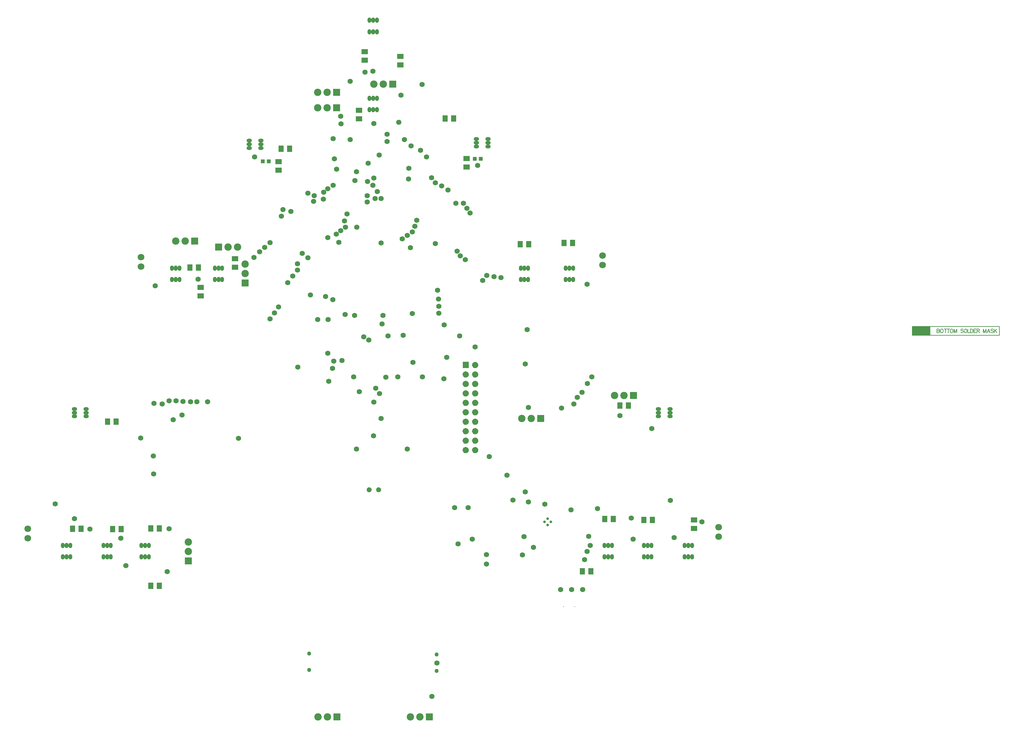
<source format=gbs>
G04 Layer_Color=16711935*
%FSLAX44Y44*%
%MOMM*%
G71*
G01*
G75*
%ADD44C,0.1270*%
%ADD54R,4.8260X2.4130*%
%ADD81R,1.4732X1.7272*%
%ADD94R,1.7272X1.4732*%
%ADD97R,1.0800X1.1300*%
%ADD100C,0.2032*%
%ADD101C,1.1032*%
%ADD102C,1.8032*%
%ADD103R,1.9812X1.9812*%
%ADD104C,1.9812*%
%ADD105R,1.9812X1.9812*%
%ADD106C,1.4032*%
%ADD107C,0.7032*%
%ADD108O,1.0032X1.4532*%
%ADD109O,1.4532X1.0032*%
G36*
X1761184Y1538551D02*
X1763219Y1537708D01*
X1764967Y1536367D01*
X1766308Y1534619D01*
X1767151Y1532584D01*
X1767438Y1530400D01*
X1767151Y1528216D01*
X1766308Y1526181D01*
X1764967Y1524433D01*
X1763219Y1523092D01*
X1761184Y1522249D01*
X1759000Y1521962D01*
X1756816Y1522249D01*
X1754781Y1523092D01*
X1753033Y1524433D01*
X1751692Y1526181D01*
X1750849Y1528216D01*
X1750562Y1530400D01*
X1750849Y1532584D01*
X1751692Y1534619D01*
X1753033Y1536367D01*
X1754781Y1537708D01*
X1756816Y1538551D01*
X1759000Y1538838D01*
X1761184Y1538551D01*
D02*
G37*
G36*
X1735784D02*
X1737819Y1537708D01*
X1739567Y1536367D01*
X1740908Y1534619D01*
X1741751Y1532584D01*
X1742038Y1530400D01*
X1741751Y1528216D01*
X1740908Y1526181D01*
X1739567Y1524433D01*
X1737819Y1523092D01*
X1735784Y1522249D01*
X1733600Y1521962D01*
X1731416Y1522249D01*
X1729381Y1523092D01*
X1727633Y1524433D01*
X1726292Y1526181D01*
X1725449Y1528216D01*
X1725162Y1530400D01*
X1725449Y1532584D01*
X1726292Y1534619D01*
X1727633Y1536367D01*
X1729381Y1537708D01*
X1731416Y1538551D01*
X1733600Y1538838D01*
X1735784Y1538551D01*
D02*
G37*
G36*
Y1563951D02*
X1737819Y1563108D01*
X1739567Y1561767D01*
X1740908Y1560019D01*
X1741751Y1557984D01*
X1742038Y1555800D01*
X1741751Y1553616D01*
X1740908Y1551581D01*
X1739567Y1549833D01*
X1737819Y1548492D01*
X1735784Y1547649D01*
X1733600Y1547362D01*
X1731416Y1547649D01*
X1729381Y1548492D01*
X1727633Y1549833D01*
X1726292Y1551581D01*
X1725449Y1553616D01*
X1725162Y1555800D01*
X1725449Y1557984D01*
X1726292Y1560019D01*
X1727633Y1561767D01*
X1729381Y1563108D01*
X1731416Y1563951D01*
X1733600Y1564238D01*
X1735784Y1563951D01*
D02*
G37*
G36*
Y1589351D02*
X1737819Y1588508D01*
X1739567Y1587167D01*
X1740908Y1585419D01*
X1741751Y1583384D01*
X1742038Y1581200D01*
X1741751Y1579016D01*
X1740908Y1576981D01*
X1739567Y1575233D01*
X1737819Y1573892D01*
X1735784Y1573049D01*
X1733600Y1572762D01*
X1731416Y1573049D01*
X1729381Y1573892D01*
X1727633Y1575233D01*
X1726292Y1576981D01*
X1725449Y1579016D01*
X1725162Y1581200D01*
X1725449Y1583384D01*
X1726292Y1585419D01*
X1727633Y1587167D01*
X1729381Y1588508D01*
X1731416Y1589351D01*
X1733600Y1589638D01*
X1735784Y1589351D01*
D02*
G37*
G36*
X1761184Y1563951D02*
X1763219Y1563108D01*
X1764967Y1561767D01*
X1766308Y1560019D01*
X1767151Y1557984D01*
X1767438Y1555800D01*
X1767151Y1553616D01*
X1766308Y1551581D01*
X1764967Y1549833D01*
X1763219Y1548492D01*
X1761184Y1547649D01*
X1759000Y1547362D01*
X1756816Y1547649D01*
X1754781Y1548492D01*
X1753033Y1549833D01*
X1751692Y1551581D01*
X1750849Y1553616D01*
X1750562Y1555800D01*
X1750849Y1557984D01*
X1751692Y1560019D01*
X1753033Y1561767D01*
X1754781Y1563108D01*
X1756816Y1563951D01*
X1759000Y1564238D01*
X1761184Y1563951D01*
D02*
G37*
G36*
Y1513151D02*
X1763219Y1512308D01*
X1764967Y1510967D01*
X1766308Y1509219D01*
X1767151Y1507184D01*
X1767438Y1505000D01*
X1767151Y1502816D01*
X1766308Y1500781D01*
X1764967Y1499033D01*
X1763219Y1497692D01*
X1761184Y1496849D01*
X1759000Y1496562D01*
X1756816Y1496849D01*
X1754781Y1497692D01*
X1753033Y1499033D01*
X1751692Y1500781D01*
X1750849Y1502816D01*
X1750562Y1505000D01*
X1750849Y1507184D01*
X1751692Y1509219D01*
X1753033Y1510967D01*
X1754781Y1512308D01*
X1756816Y1513151D01*
X1759000Y1513438D01*
X1761184Y1513151D01*
D02*
G37*
G36*
X1501407Y1379372D02*
X1502998Y1378713D01*
X1504364Y1377664D01*
X1505413Y1376298D01*
X1506072Y1374707D01*
X1506296Y1373000D01*
X1506072Y1371293D01*
X1505413Y1369702D01*
X1504364Y1368336D01*
X1502998Y1367287D01*
X1501407Y1366628D01*
X1499700Y1366404D01*
X1497993Y1366628D01*
X1496402Y1367287D01*
X1495036Y1368336D01*
X1493987Y1369702D01*
X1493328Y1371293D01*
X1493104Y1373000D01*
X1493328Y1374707D01*
X1493987Y1376298D01*
X1495036Y1377664D01*
X1496402Y1378713D01*
X1497993Y1379372D01*
X1499700Y1379596D01*
X1501407Y1379372D01*
D02*
G37*
G36*
X1476007D02*
X1477598Y1378713D01*
X1478964Y1377664D01*
X1480013Y1376298D01*
X1480672Y1374707D01*
X1480896Y1373000D01*
X1480672Y1371293D01*
X1480013Y1369702D01*
X1478964Y1368336D01*
X1477598Y1367287D01*
X1476007Y1366628D01*
X1474300Y1366404D01*
X1472593Y1366628D01*
X1471002Y1367287D01*
X1469636Y1368336D01*
X1468587Y1369702D01*
X1467928Y1371293D01*
X1467704Y1373000D01*
X1467928Y1374707D01*
X1468587Y1376298D01*
X1469636Y1377664D01*
X1471002Y1378713D01*
X1472593Y1379372D01*
X1474300Y1379596D01*
X1476007Y1379372D01*
D02*
G37*
G36*
X1735784Y1487751D02*
X1737819Y1486908D01*
X1739567Y1485567D01*
X1740908Y1483819D01*
X1741751Y1481784D01*
X1742038Y1479600D01*
X1741751Y1477416D01*
X1740908Y1475381D01*
X1739567Y1473633D01*
X1737819Y1472292D01*
X1735784Y1471449D01*
X1733600Y1471162D01*
X1731416Y1471449D01*
X1729381Y1472292D01*
X1727633Y1473633D01*
X1726292Y1475381D01*
X1725449Y1477416D01*
X1725162Y1479600D01*
X1725449Y1481784D01*
X1726292Y1483819D01*
X1727633Y1485567D01*
X1729381Y1486908D01*
X1731416Y1487751D01*
X1733600Y1488038D01*
X1735784Y1487751D01*
D02*
G37*
G36*
Y1513151D02*
X1737819Y1512308D01*
X1739567Y1510967D01*
X1740908Y1509219D01*
X1741751Y1507184D01*
X1742038Y1505000D01*
X1741751Y1502816D01*
X1740908Y1500781D01*
X1739567Y1499033D01*
X1737819Y1497692D01*
X1735784Y1496849D01*
X1733600Y1496562D01*
X1731416Y1496849D01*
X1729381Y1497692D01*
X1727633Y1499033D01*
X1726292Y1500781D01*
X1725449Y1502816D01*
X1725162Y1505000D01*
X1725449Y1507184D01*
X1726292Y1509219D01*
X1727633Y1510967D01*
X1729381Y1512308D01*
X1731416Y1513151D01*
X1733600Y1513438D01*
X1735784Y1513151D01*
D02*
G37*
G36*
X1761184Y1487751D02*
X1763219Y1486908D01*
X1764967Y1485567D01*
X1766308Y1483819D01*
X1767151Y1481784D01*
X1767438Y1479600D01*
X1767151Y1477416D01*
X1766308Y1475381D01*
X1764967Y1473633D01*
X1763219Y1472292D01*
X1761184Y1471449D01*
X1759000Y1471162D01*
X1756816Y1471449D01*
X1754781Y1472292D01*
X1753033Y1473633D01*
X1751692Y1475381D01*
X1750849Y1477416D01*
X1750562Y1479600D01*
X1750849Y1481784D01*
X1751692Y1483819D01*
X1753033Y1485567D01*
X1754781Y1486908D01*
X1756816Y1487751D01*
X1759000Y1488038D01*
X1761184Y1487751D01*
D02*
G37*
G36*
X1735784Y1690951D02*
X1737819Y1690108D01*
X1739567Y1688767D01*
X1740908Y1687019D01*
X1741751Y1684984D01*
X1742038Y1682800D01*
X1741751Y1680616D01*
X1740908Y1678581D01*
X1739567Y1676833D01*
X1737819Y1675492D01*
X1735784Y1674649D01*
X1733600Y1674362D01*
X1731416Y1674649D01*
X1729381Y1675492D01*
X1727633Y1676833D01*
X1726292Y1678581D01*
X1725449Y1680616D01*
X1725162Y1682800D01*
X1725449Y1684984D01*
X1726292Y1687019D01*
X1727633Y1688767D01*
X1729381Y1690108D01*
X1731416Y1690951D01*
X1733600Y1691238D01*
X1735784Y1690951D01*
D02*
G37*
G36*
X1761184Y1665551D02*
X1763219Y1664708D01*
X1764967Y1663367D01*
X1766308Y1661619D01*
X1767151Y1659584D01*
X1767438Y1657400D01*
X1767151Y1655216D01*
X1766308Y1653181D01*
X1764967Y1651433D01*
X1763219Y1650092D01*
X1761184Y1649249D01*
X1759000Y1648962D01*
X1756816Y1649249D01*
X1754781Y1650092D01*
X1753033Y1651433D01*
X1751692Y1653181D01*
X1750849Y1655216D01*
X1750562Y1657400D01*
X1750849Y1659584D01*
X1751692Y1661619D01*
X1753033Y1663367D01*
X1754781Y1664708D01*
X1756816Y1665551D01*
X1759000Y1665838D01*
X1761184Y1665551D01*
D02*
G37*
G36*
Y1690951D02*
X1763219Y1690108D01*
X1764967Y1688767D01*
X1766308Y1687019D01*
X1767151Y1684984D01*
X1767438Y1682800D01*
X1767151Y1680616D01*
X1766308Y1678581D01*
X1764967Y1676833D01*
X1763219Y1675492D01*
X1761184Y1674649D01*
X1759000Y1674362D01*
X1756816Y1674649D01*
X1754781Y1675492D01*
X1753033Y1676833D01*
X1751692Y1678581D01*
X1750849Y1680616D01*
X1750562Y1682800D01*
X1750849Y1684984D01*
X1751692Y1687019D01*
X1753033Y1688767D01*
X1754781Y1690108D01*
X1756816Y1690951D01*
X1759000Y1691238D01*
X1761184Y1690951D01*
D02*
G37*
G36*
X1741966Y1699834D02*
X1725234D01*
Y1716566D01*
X1741966D01*
Y1699834D01*
D02*
G37*
G36*
X1761184Y1716351D02*
X1763219Y1715508D01*
X1764967Y1714167D01*
X1766308Y1712419D01*
X1767151Y1710384D01*
X1767438Y1708200D01*
X1767151Y1706016D01*
X1766308Y1703981D01*
X1764967Y1702233D01*
X1763219Y1700892D01*
X1761184Y1700049D01*
X1759000Y1699762D01*
X1756816Y1700049D01*
X1754781Y1700892D01*
X1753033Y1702233D01*
X1751692Y1703981D01*
X1750849Y1706016D01*
X1750562Y1708200D01*
X1750849Y1710384D01*
X1751692Y1712419D01*
X1753033Y1714167D01*
X1754781Y1715508D01*
X1756816Y1716351D01*
X1759000Y1716638D01*
X1761184Y1716351D01*
D02*
G37*
G36*
X1735784Y1665551D02*
X1737819Y1664708D01*
X1739567Y1663367D01*
X1740908Y1661619D01*
X1741751Y1659584D01*
X1742038Y1657400D01*
X1741751Y1655216D01*
X1740908Y1653181D01*
X1739567Y1651433D01*
X1737819Y1650092D01*
X1735784Y1649249D01*
X1733600Y1648962D01*
X1731416Y1649249D01*
X1729381Y1650092D01*
X1727633Y1651433D01*
X1726292Y1653181D01*
X1725449Y1655216D01*
X1725162Y1657400D01*
X1725449Y1659584D01*
X1726292Y1661619D01*
X1727633Y1663367D01*
X1729381Y1664708D01*
X1731416Y1665551D01*
X1733600Y1665838D01*
X1735784Y1665551D01*
D02*
G37*
G36*
Y1614751D02*
X1737819Y1613908D01*
X1739567Y1612567D01*
X1740908Y1610819D01*
X1741751Y1608784D01*
X1742038Y1606600D01*
X1741751Y1604416D01*
X1740908Y1602381D01*
X1739567Y1600633D01*
X1737819Y1599292D01*
X1735784Y1598449D01*
X1733600Y1598162D01*
X1731416Y1598449D01*
X1729381Y1599292D01*
X1727633Y1600633D01*
X1726292Y1602381D01*
X1725449Y1604416D01*
X1725162Y1606600D01*
X1725449Y1608784D01*
X1726292Y1610819D01*
X1727633Y1612567D01*
X1729381Y1613908D01*
X1731416Y1614751D01*
X1733600Y1615038D01*
X1735784Y1614751D01*
D02*
G37*
G36*
X1761184Y1589351D02*
X1763219Y1588508D01*
X1764967Y1587167D01*
X1766308Y1585419D01*
X1767151Y1583384D01*
X1767438Y1581200D01*
X1767151Y1579016D01*
X1766308Y1576981D01*
X1764967Y1575233D01*
X1763219Y1573892D01*
X1761184Y1573049D01*
X1759000Y1572762D01*
X1756816Y1573049D01*
X1754781Y1573892D01*
X1753033Y1575233D01*
X1751692Y1576981D01*
X1750849Y1579016D01*
X1750562Y1581200D01*
X1750849Y1583384D01*
X1751692Y1585419D01*
X1753033Y1587167D01*
X1754781Y1588508D01*
X1756816Y1589351D01*
X1759000Y1589638D01*
X1761184Y1589351D01*
D02*
G37*
G36*
Y1614751D02*
X1763219Y1613908D01*
X1764967Y1612567D01*
X1766308Y1610819D01*
X1767151Y1608784D01*
X1767438Y1606600D01*
X1767151Y1604416D01*
X1766308Y1602381D01*
X1764967Y1600633D01*
X1763219Y1599292D01*
X1761184Y1598449D01*
X1759000Y1598162D01*
X1756816Y1598449D01*
X1754781Y1599292D01*
X1753033Y1600633D01*
X1751692Y1602381D01*
X1750849Y1604416D01*
X1750562Y1606600D01*
X1750849Y1608784D01*
X1751692Y1610819D01*
X1753033Y1612567D01*
X1754781Y1613908D01*
X1756816Y1614751D01*
X1759000Y1615038D01*
X1761184Y1614751D01*
D02*
G37*
G36*
Y1640151D02*
X1763219Y1639308D01*
X1764967Y1637967D01*
X1766308Y1636219D01*
X1767151Y1634184D01*
X1767438Y1632000D01*
X1767151Y1629816D01*
X1766308Y1627781D01*
X1764967Y1626033D01*
X1763219Y1624692D01*
X1761184Y1623849D01*
X1759000Y1623562D01*
X1756816Y1623849D01*
X1754781Y1624692D01*
X1753033Y1626033D01*
X1751692Y1627781D01*
X1750849Y1629816D01*
X1750562Y1632000D01*
X1750849Y1634184D01*
X1751692Y1636219D01*
X1753033Y1637967D01*
X1754781Y1639308D01*
X1756816Y1640151D01*
X1759000Y1640438D01*
X1761184Y1640151D01*
D02*
G37*
G36*
X1735784D02*
X1737819Y1639308D01*
X1739567Y1637967D01*
X1740908Y1636219D01*
X1741751Y1634184D01*
X1742038Y1632000D01*
X1741751Y1629816D01*
X1740908Y1627781D01*
X1739567Y1626033D01*
X1737819Y1624692D01*
X1735784Y1623849D01*
X1733600Y1623562D01*
X1731416Y1623849D01*
X1729381Y1624692D01*
X1727633Y1626033D01*
X1726292Y1627781D01*
X1725449Y1629816D01*
X1725162Y1632000D01*
X1725449Y1634184D01*
X1726292Y1636219D01*
X1727633Y1637967D01*
X1729381Y1639308D01*
X1731416Y1640151D01*
X1733600Y1640438D01*
X1735784Y1640151D01*
D02*
G37*
D44*
X2932290Y1811958D02*
X3165970D01*
Y1787828D02*
Y1811958D01*
X2932290Y1787828D02*
Y1811958D01*
Y1787828D02*
X3165970D01*
X2998330Y1804843D02*
Y1794686D01*
Y1804843D02*
X3002684D01*
X3004135Y1804360D01*
X3004619Y1803876D01*
X3005102Y1802909D01*
Y1801941D01*
X3004619Y1800974D01*
X3004135Y1800490D01*
X3002684Y1800006D01*
X2998330D02*
X3002684D01*
X3004135Y1799523D01*
X3004619Y1799039D01*
X3005102Y1798072D01*
Y1796620D01*
X3004619Y1795653D01*
X3004135Y1795169D01*
X3002684Y1794686D01*
X2998330D01*
X3010278Y1804843D02*
X3009311Y1804360D01*
X3008343Y1803392D01*
X3007859Y1802425D01*
X3007376Y1800974D01*
Y1798555D01*
X3007859Y1797104D01*
X3008343Y1796137D01*
X3009311Y1795169D01*
X3010278Y1794686D01*
X3012213D01*
X3013180Y1795169D01*
X3014148Y1796137D01*
X3014631Y1797104D01*
X3015115Y1798555D01*
Y1800974D01*
X3014631Y1802425D01*
X3014148Y1803392D01*
X3013180Y1804360D01*
X3012213Y1804843D01*
X3010278D01*
X3020871D02*
Y1794686D01*
X3017485Y1804843D02*
X3024257D01*
X3028852D02*
Y1794686D01*
X3025466Y1804843D02*
X3032238D01*
X3036350D02*
X3035382Y1804360D01*
X3034415Y1803392D01*
X3033931Y1802425D01*
X3033447Y1800974D01*
Y1798555D01*
X3033931Y1797104D01*
X3034415Y1796137D01*
X3035382Y1795169D01*
X3036350Y1794686D01*
X3038285D01*
X3039252Y1795169D01*
X3040219Y1796137D01*
X3040703Y1797104D01*
X3041187Y1798555D01*
Y1800974D01*
X3040703Y1802425D01*
X3040219Y1803392D01*
X3039252Y1804360D01*
X3038285Y1804843D01*
X3036350D01*
X3043557D02*
Y1794686D01*
Y1804843D02*
X3047426Y1794686D01*
X3051296Y1804843D02*
X3047426Y1794686D01*
X3051296Y1804843D02*
Y1794686D01*
X3068951Y1803392D02*
X3067984Y1804360D01*
X3066533Y1804843D01*
X3064598D01*
X3063147Y1804360D01*
X3062180Y1803392D01*
Y1802425D01*
X3062663Y1801458D01*
X3063147Y1800974D01*
X3064114Y1800490D01*
X3067017Y1799523D01*
X3067984Y1799039D01*
X3068468Y1798555D01*
X3068951Y1797588D01*
Y1796137D01*
X3067984Y1795169D01*
X3066533Y1794686D01*
X3064598D01*
X3063147Y1795169D01*
X3062180Y1796137D01*
X3074127Y1804843D02*
X3073160Y1804360D01*
X3072192Y1803392D01*
X3071709Y1802425D01*
X3071225Y1800974D01*
Y1798555D01*
X3071709Y1797104D01*
X3072192Y1796137D01*
X3073160Y1795169D01*
X3074127Y1794686D01*
X3076062D01*
X3077029Y1795169D01*
X3077997Y1796137D01*
X3078481Y1797104D01*
X3078964Y1798555D01*
Y1800974D01*
X3078481Y1802425D01*
X3077997Y1803392D01*
X3077029Y1804360D01*
X3076062Y1804843D01*
X3074127D01*
X3081334D02*
Y1794686D01*
X3087139D01*
X3088251Y1804843D02*
Y1794686D01*
Y1804843D02*
X3091637D01*
X3093088Y1804360D01*
X3094056Y1803392D01*
X3094539Y1802425D01*
X3095023Y1800974D01*
Y1798555D01*
X3094539Y1797104D01*
X3094056Y1796137D01*
X3093088Y1795169D01*
X3091637Y1794686D01*
X3088251D01*
X3103585Y1804843D02*
X3097296D01*
Y1794686D01*
X3103585D01*
X3097296Y1800006D02*
X3101166D01*
X3105278Y1804843D02*
Y1794686D01*
Y1804843D02*
X3109631D01*
X3111082Y1804360D01*
X3111566Y1803876D01*
X3112050Y1802909D01*
Y1801941D01*
X3111566Y1800974D01*
X3111082Y1800490D01*
X3109631Y1800006D01*
X3105278D01*
X3108664D02*
X3112050Y1794686D01*
X3122304Y1804843D02*
Y1794686D01*
Y1804843D02*
X3126174Y1794686D01*
X3130044Y1804843D02*
X3126174Y1794686D01*
X3130044Y1804843D02*
Y1794686D01*
X3140685D02*
X3136815Y1804843D01*
X3132946Y1794686D01*
X3134397Y1798072D02*
X3139234D01*
X3149827Y1803392D02*
X3148860Y1804360D01*
X3147408Y1804843D01*
X3145474D01*
X3144023Y1804360D01*
X3143055Y1803392D01*
Y1802425D01*
X3143539Y1801458D01*
X3144023Y1800974D01*
X3144990Y1800490D01*
X3147892Y1799523D01*
X3148860Y1799039D01*
X3149343Y1798555D01*
X3149827Y1797588D01*
Y1796137D01*
X3148860Y1795169D01*
X3147408Y1794686D01*
X3145474D01*
X3144023Y1795169D01*
X3143055Y1796137D01*
X3152101Y1804843D02*
Y1794686D01*
X3158872Y1804843D02*
X3152101Y1798072D01*
X3154519Y1800490D02*
X3158872Y1794686D01*
D54*
X2956420Y1799893D02*
D03*
D81*
X2069430Y1154000D02*
D03*
X2046570D02*
D03*
X888000Y1115000D02*
D03*
X910860D02*
D03*
X2211570Y1292000D02*
D03*
X2234430D02*
D03*
X2147570Y1599000D02*
D03*
X2170430D02*
D03*
X911430Y1269000D02*
D03*
X888570D02*
D03*
X701430Y1268000D02*
D03*
X678570D02*
D03*
X808430Y1267000D02*
D03*
X785570D02*
D03*
X795430Y1556000D02*
D03*
X772570D02*
D03*
X1997570Y2036000D02*
D03*
X2020430D02*
D03*
X1880000Y2033000D02*
D03*
X1902860D02*
D03*
X1016430Y1970000D02*
D03*
X993570D02*
D03*
X1260430Y2289000D02*
D03*
X1237570D02*
D03*
X1678570Y2370000D02*
D03*
X1701430D02*
D03*
X2106570Y1294000D02*
D03*
X2129430D02*
D03*
D94*
X1736000Y2240000D02*
D03*
Y2262860D02*
D03*
X1231000Y2231570D02*
D03*
Y2254430D02*
D03*
X1558000Y2537430D02*
D03*
Y2514570D02*
D03*
X1022000Y1893570D02*
D03*
Y1916430D02*
D03*
X2346000Y1291430D02*
D03*
Y1268570D02*
D03*
X1114000Y1994000D02*
D03*
Y1971140D02*
D03*
X1447000Y2369570D02*
D03*
Y2392430D02*
D03*
X1462000Y2527000D02*
D03*
Y2549860D02*
D03*
D97*
X1758000Y2262000D02*
D03*
X1774000D02*
D03*
X1204965Y2255000D02*
D03*
X1188965D02*
D03*
D100*
X1996000Y1059000D02*
D03*
X2026000D02*
D03*
D101*
X1313000Y933000D02*
D03*
Y889000D02*
D03*
X1655000Y886000D02*
D03*
Y930000D02*
D03*
D102*
X558000Y1243000D02*
D03*
Y1268400D02*
D03*
X2412000Y1247300D02*
D03*
Y1272700D02*
D03*
X2101000Y2001700D02*
D03*
Y1976300D02*
D03*
X862000Y1997700D02*
D03*
Y1972300D02*
D03*
D103*
X1635800Y763000D02*
D03*
X1387000Y2399000D02*
D03*
X1537400Y2463000D02*
D03*
X2183400Y1626000D02*
D03*
X1386800Y2441000D02*
D03*
X1006000Y2041000D02*
D03*
X1070200Y2025000D02*
D03*
X1387400Y763000D02*
D03*
X1934800Y1564000D02*
D03*
D104*
X1610400Y763000D02*
D03*
X1585000D02*
D03*
X989000Y1207000D02*
D03*
Y1232400D02*
D03*
X1141000Y1954000D02*
D03*
Y1979400D02*
D03*
X1361600Y2399000D02*
D03*
X1336200D02*
D03*
X1512000Y2463000D02*
D03*
X1486600D02*
D03*
X2158000Y1626000D02*
D03*
X2132600D02*
D03*
X1361400Y2441000D02*
D03*
X1336000D02*
D03*
X980600Y2041000D02*
D03*
X955200D02*
D03*
X1095600Y2025000D02*
D03*
X1121000D02*
D03*
X1362000Y763000D02*
D03*
X1336600D02*
D03*
X1909400Y1564000D02*
D03*
X1884000D02*
D03*
D105*
X989000Y1181600D02*
D03*
X1141000Y1928600D02*
D03*
D106*
X1492000Y1646000D02*
D03*
X1473000Y1775000D02*
D03*
X1460000Y1784000D02*
D03*
X1283000Y1702000D02*
D03*
X1511000Y1841000D02*
D03*
X1590000Y1846000D02*
D03*
X1676000Y1816000D02*
D03*
X1898000Y1803000D02*
D03*
X632000Y1335000D02*
D03*
X2283000Y1344000D02*
D03*
X2367000Y1287000D02*
D03*
X900000Y1921000D02*
D03*
X2059000Y1925000D02*
D03*
X1167000Y2267000D02*
D03*
X1765000Y2244000D02*
D03*
X1015000Y1939000D02*
D03*
X1616000Y2462000D02*
D03*
X1506000Y2036000D02*
D03*
X1577000Y1482000D02*
D03*
X1440000D02*
D03*
X1124000Y1511000D02*
D03*
X861000Y1512000D02*
D03*
X932000Y1153000D02*
D03*
X1041000Y1609000D02*
D03*
X821000Y1169000D02*
D03*
X1012000Y1609000D02*
D03*
X683000Y1295000D02*
D03*
X995000Y1609000D02*
D03*
X937000Y1268000D02*
D03*
X896998Y1604997D02*
D03*
X919000Y1603000D02*
D03*
X956000Y1612000D02*
D03*
X937000D02*
D03*
X948000Y1561000D02*
D03*
X808000Y1243000D02*
D03*
X896000Y1415000D02*
D03*
X895000Y1464000D02*
D03*
X725000Y1267000D02*
D03*
X972000Y1574000D02*
D03*
X975000Y1610000D02*
D03*
X1658000Y1909000D02*
D03*
X1828000Y1943000D02*
D03*
X1660000Y1885000D02*
D03*
X1809000Y1945000D02*
D03*
X1661000Y1866000D02*
D03*
X1790000Y1949000D02*
D03*
X1661000Y1847000D02*
D03*
X1779000Y1935000D02*
D03*
X1682000Y1729000D02*
D03*
X1717000Y1786000D02*
D03*
X2072000Y1676000D02*
D03*
X2147000Y1572000D02*
D03*
X1893000Y1711000D02*
D03*
X1797000Y1462000D02*
D03*
X1256000Y1929000D02*
D03*
X1165000Y1997000D02*
D03*
X2052000Y1185000D02*
D03*
X1269000Y1947000D02*
D03*
X1180000Y2012000D02*
D03*
X1194000Y2024000D02*
D03*
X2059000Y1207000D02*
D03*
X2068000Y1223000D02*
D03*
X2178000Y1297000D02*
D03*
X1282000Y1963000D02*
D03*
X2087000Y1322000D02*
D03*
X1282000Y1980000D02*
D03*
X1208000Y2037000D02*
D03*
X2233000Y1537000D02*
D03*
X2060000Y1658000D02*
D03*
X2293000Y1244000D02*
D03*
X2046000Y1635000D02*
D03*
X2183000Y1240000D02*
D03*
X2033000Y1621000D02*
D03*
X2063000Y1248000D02*
D03*
X2024000Y1603000D02*
D03*
X1423000Y2470000D02*
D03*
X1325000Y2148000D02*
D03*
X1327000Y2163000D02*
D03*
X1310000Y2170000D02*
D03*
X1264000Y2121000D02*
D03*
X1350997Y2153996D02*
D03*
X1352000Y2172000D02*
D03*
X1363000Y2182000D02*
D03*
X1378000Y2191000D02*
D03*
X1408000Y2095000D02*
D03*
X1411000Y2078000D02*
D03*
X1398000Y2069000D02*
D03*
X1386000Y2060000D02*
D03*
X1414997Y2113996D02*
D03*
X1496000Y2174000D02*
D03*
X1483997Y2190996D02*
D03*
X1470000Y2201000D02*
D03*
X1487000Y2210000D02*
D03*
X1506000Y2155000D02*
D03*
X1490000D02*
D03*
X1469000Y2163000D02*
D03*
Y2146000D02*
D03*
X1732000Y1991000D02*
D03*
X1719000Y2001000D02*
D03*
X1710000Y2014000D02*
D03*
X1686000Y2178000D02*
D03*
X1669000Y2189000D02*
D03*
X1652000Y2198000D02*
D03*
X1642000Y2211000D02*
D03*
X1580000Y2208000D02*
D03*
X1436000Y2204000D02*
D03*
X1581000Y2237000D02*
D03*
X1440000Y2227000D02*
D03*
X1387000Y2234000D02*
D03*
X1472000Y2250000D02*
D03*
X1628000Y2267000D02*
D03*
X1381000Y2262000D02*
D03*
X1501000Y2272000D02*
D03*
X1612000Y2285000D02*
D03*
X1587000Y2297000D02*
D03*
X1522000Y2309000D02*
D03*
X1378000Y2316000D02*
D03*
X1423000Y2314000D02*
D03*
X1569000D02*
D03*
X1522000Y2328000D02*
D03*
X1554000Y2360000D02*
D03*
X1486460Y2356540D02*
D03*
X1399000Y2356000D02*
D03*
X1398000Y2376000D02*
D03*
X1295000Y2008000D02*
D03*
X1310000Y1996000D02*
D03*
X1231000Y1864000D02*
D03*
X1317000Y1896000D02*
D03*
X1357000Y1892000D02*
D03*
X1220000Y1848000D02*
D03*
X1208000Y1832000D02*
D03*
X1707000Y2143000D02*
D03*
X1727000D02*
D03*
X1737000Y2129000D02*
D03*
X1745000Y2116000D02*
D03*
X1239000Y2108000D02*
D03*
X1243000Y2126000D02*
D03*
X1484000Y2497000D02*
D03*
X1597000Y2081000D02*
D03*
X1577000Y2056000D02*
D03*
X1563000Y2047000D02*
D03*
X1590000Y2066000D02*
D03*
X1652000Y2034000D02*
D03*
X1560000Y2433000D02*
D03*
X1463000Y2495000D02*
D03*
X1364000Y1830000D02*
D03*
X1435000Y1841000D02*
D03*
X1366000Y1664000D02*
D03*
X1401000Y1720000D02*
D03*
X1376000Y1699000D02*
D03*
X1379500Y1718500D02*
D03*
X1363000Y1739500D02*
D03*
X1393000Y2038000D02*
D03*
X1602000Y2097000D02*
D03*
X1441000Y2078730D02*
D03*
X1585000Y2023000D02*
D03*
X1363000Y2050000D02*
D03*
X1487230Y1608770D02*
D03*
X1502000Y1631000D02*
D03*
X1902000Y1594000D02*
D03*
X1991000Y1592000D02*
D03*
X1844000Y1412140D02*
D03*
X2016000Y1319000D02*
D03*
X1886000Y1198000D02*
D03*
X2047000Y1105000D02*
D03*
X1789000Y1173000D02*
D03*
X1713000Y1227000D02*
D03*
X1656000Y907000D02*
D03*
X1643000Y818000D02*
D03*
X1592000Y1715000D02*
D03*
X1448000Y1636000D02*
D03*
X1890000Y1247000D02*
D03*
X1902000Y1340000D02*
D03*
X1525000Y1786000D02*
D03*
X1410000Y1844000D02*
D03*
X1509000Y1818000D02*
D03*
X1377000Y1884000D02*
D03*
X1617000Y1676000D02*
D03*
X1551000D02*
D03*
X1675000Y1671000D02*
D03*
X1789000Y1199000D02*
D03*
X1751000Y1240000D02*
D03*
X2018000Y1105000D02*
D03*
X1860000Y1345000D02*
D03*
X1486000Y1518000D02*
D03*
X1506000Y1564000D02*
D03*
X1759000Y1757000D02*
D03*
X1566000Y1788000D02*
D03*
X1519000Y1675000D02*
D03*
X1433000Y1676000D02*
D03*
X1336000Y1830000D02*
D03*
X1988000Y1105000D02*
D03*
X1893000Y1367000D02*
D03*
X1740000Y1325000D02*
D03*
X1704000D02*
D03*
X1946000Y1334000D02*
D03*
X1915000Y1218000D02*
D03*
D107*
X1953000Y1278500D02*
D03*
Y1295500D02*
D03*
X1961500Y1287000D02*
D03*
X1944500D02*
D03*
D108*
X1495000Y2425000D02*
D03*
X1485000D02*
D03*
X1475000D02*
D03*
Y2394000D02*
D03*
X1485000D02*
D03*
X1495000D02*
D03*
X1881000Y1937500D02*
D03*
X1891000D02*
D03*
X1901000D02*
D03*
Y1968500D02*
D03*
X1891000D02*
D03*
X1881000D02*
D03*
X2002000Y1937500D02*
D03*
X2012000D02*
D03*
X2022000D02*
D03*
Y1968500D02*
D03*
X2012000D02*
D03*
X2002000D02*
D03*
X2321000Y1192500D02*
D03*
X2331000D02*
D03*
X2341000D02*
D03*
Y1223500D02*
D03*
X2331000D02*
D03*
X2321000D02*
D03*
X2212000Y1192500D02*
D03*
X2222000D02*
D03*
X2232000D02*
D03*
Y1223500D02*
D03*
X2222000D02*
D03*
X2212000D02*
D03*
X2106000Y1192500D02*
D03*
X2116000D02*
D03*
X2126000D02*
D03*
Y1223500D02*
D03*
X2116000D02*
D03*
X2106000D02*
D03*
X863000Y1192500D02*
D03*
X873000D02*
D03*
X883000D02*
D03*
Y1223500D02*
D03*
X873000D02*
D03*
X863000D02*
D03*
X761000Y1192500D02*
D03*
X771000D02*
D03*
X781000D02*
D03*
Y1223500D02*
D03*
X771000D02*
D03*
X761000D02*
D03*
X652000Y1192500D02*
D03*
X662000D02*
D03*
X672000D02*
D03*
Y1223500D02*
D03*
X662000D02*
D03*
X652000D02*
D03*
X1060000Y1937500D02*
D03*
X1070000D02*
D03*
X1080000D02*
D03*
Y1968500D02*
D03*
X1070000D02*
D03*
X1060000D02*
D03*
X945000Y1937500D02*
D03*
X955000D02*
D03*
X965000D02*
D03*
Y1968500D02*
D03*
X955000D02*
D03*
X945000D02*
D03*
X1495000Y2634500D02*
D03*
X1485000D02*
D03*
X1475000D02*
D03*
Y2603500D02*
D03*
X1485000D02*
D03*
X1495000D02*
D03*
D109*
X1793000Y2295000D02*
D03*
Y2305000D02*
D03*
Y2315000D02*
D03*
X1762000D02*
D03*
Y2305000D02*
D03*
Y2295000D02*
D03*
X2281500Y1570000D02*
D03*
Y1580000D02*
D03*
Y1590000D02*
D03*
X2250500D02*
D03*
Y1580000D02*
D03*
Y1570000D02*
D03*
X683500Y1590000D02*
D03*
Y1580000D02*
D03*
Y1570000D02*
D03*
X714500D02*
D03*
Y1580000D02*
D03*
Y1590000D02*
D03*
X1152500Y2311000D02*
D03*
Y2301000D02*
D03*
Y2291000D02*
D03*
X1183500D02*
D03*
Y2301000D02*
D03*
Y2311000D02*
D03*
M02*

</source>
